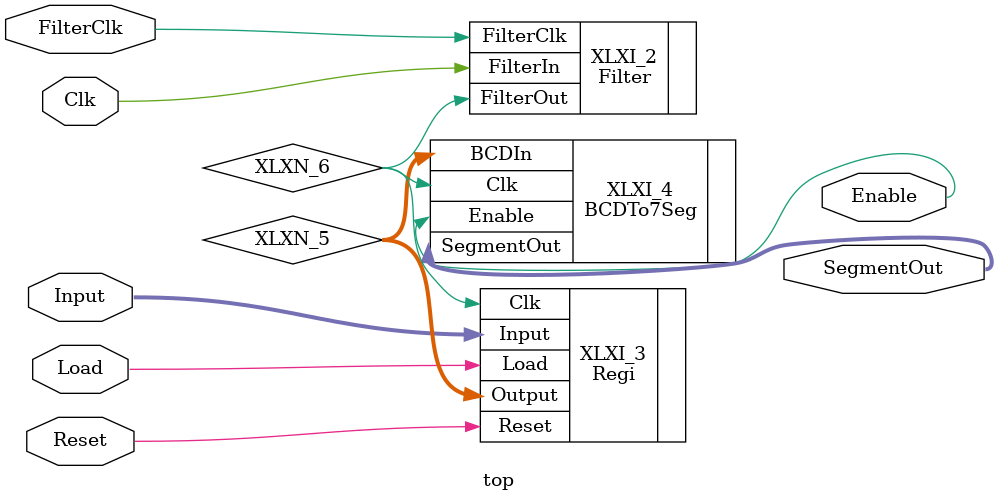
<source format=v>
`timescale 1ns / 1ps

module top(Clk, 
           FilterClk, 
           Input, 
           Load, 
           Reset, 
           Enable, 
           SegmentOut);

    input Clk;
    input FilterClk;
    input [3:0] Input;
    input Load;
    input Reset;
   output Enable;
   output [7:0] SegmentOut;
   
   wire [3:0] XLXN_5;
   wire XLXN_6;
   
   Filter XLXI_2 (.FilterClk(FilterClk), 
                  .FilterIn(Clk), 
                  .FilterOut(XLXN_6));
   Regi XLXI_3 (.Clk(XLXN_6), 
                .Input(Input[3:0]), 
                .Load(Load), 
                .Reset(Reset), 
                .Output(XLXN_5[3:0]));
   BCDTo7Seg XLXI_4 (.BCDIn(XLXN_5[3:0]), 
                     .Clk(XLXN_6), 
                     .Enable(Enable), 
                     .SegmentOut(SegmentOut[7:0]));
endmodule

</source>
